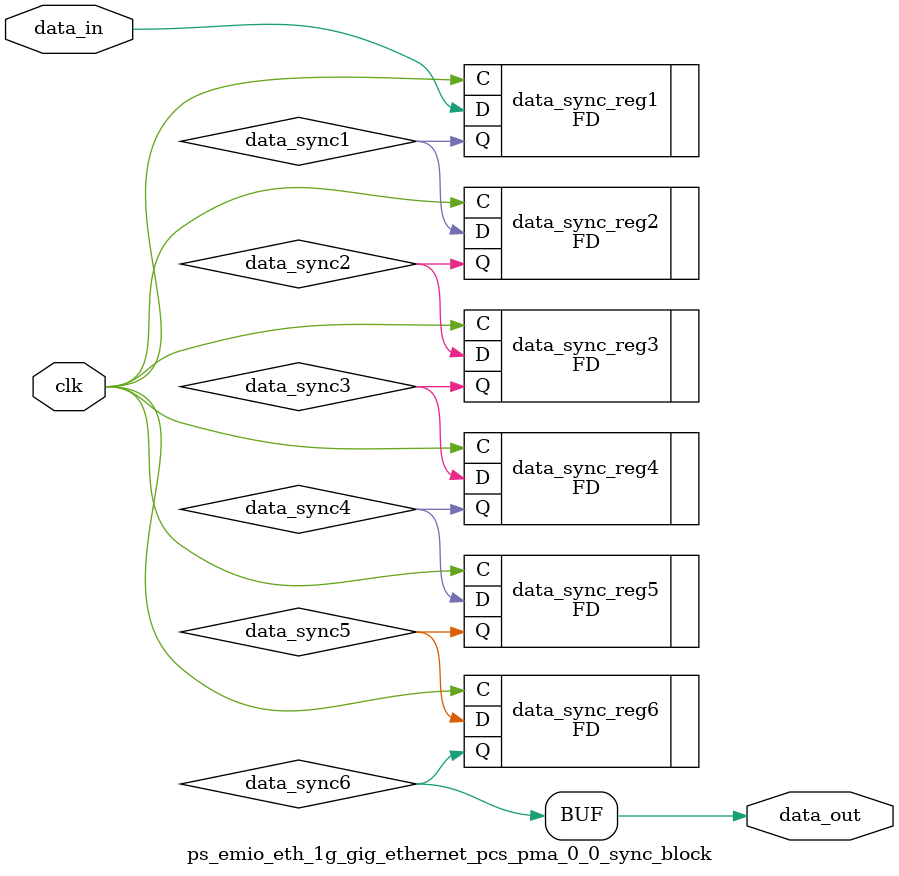
<source format=v>

`timescale 1ps / 1ps

module ps_emio_eth_1g_gig_ethernet_pcs_pma_0_0_sync_block #(
  parameter INITIALISE = 2'b00
)
(
  input        clk,              // clock to be sync'ed to
  input        data_in,          // Data to be 'synced'
  output       data_out          // synced data
);

  // Internal Signals
  wire data_sync1;
  wire data_sync2;
  wire data_sync3;
  wire data_sync4;
  wire data_sync5;
  wire data_sync6;


  (* shreg_extract = "no", ASYNC_REG = "TRUE" *)
  FD #(
    .INIT (INITIALISE[0])
  ) data_sync_reg1 (
    .C  (clk),
    .D  (data_in),
    .Q  (data_sync1)
  );


  (* shreg_extract = "no", ASYNC_REG = "TRUE" *)
  FD #(
   .INIT (INITIALISE[1])
  ) data_sync_reg2 (
  .C  (clk),
  .D  (data_sync1),
  .Q  (data_sync2)
  );


  (* shreg_extract = "no", ASYNC_REG = "TRUE" *)
  FD #(
   .INIT (INITIALISE[1])
  ) data_sync_reg3 (
  .C  (clk),
  .D  (data_sync2),
  .Q  (data_sync3)
  );

  (* shreg_extract = "no", ASYNC_REG = "TRUE" *)
  FD #(
   .INIT (INITIALISE[1])
  ) data_sync_reg4 (
  .C  (clk),
  .D  (data_sync3),
  .Q  (data_sync4)
  );

  (* shreg_extract = "no", ASYNC_REG = "TRUE" *)
  FD #(
   .INIT (INITIALISE[1])
  ) data_sync_reg5 (
  .C  (clk),
  .D  (data_sync4),
  .Q  (data_sync5)
  );

  (* shreg_extract = "no", ASYNC_REG = "TRUE" *)
  FD #(
   .INIT (INITIALISE[1])
  ) data_sync_reg6 (
  .C  (clk),
  .D  (data_sync5),
  .Q  (data_sync6)
  );
  assign data_out = data_sync6;


endmodule



</source>
